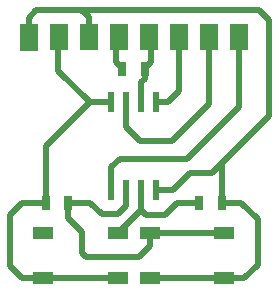
<source format=gbr>
%TF.GenerationSoftware,KiCad,Pcbnew,(2017-10-31 revision bd73a39a4)-master*%
%TF.CreationDate,2017-11-04T10:08:43+01:00*%
%TF.ProjectId,reference-project,7265666572656E63652D70726F6A6563,rev?*%
%TF.SameCoordinates,PX2fb1790PY723b2a0*%
%TF.FileFunction,Copper,L1,Top,Signal*%
%TF.FilePolarity,Positive*%
%FSLAX46Y46*%
G04 Gerber Fmt 4.6, Leading zero omitted, Abs format (unit mm)*
G04 Created by KiCad (PCBNEW (2017-10-31 revision bd73a39a4)-master) date Sat Nov  4 10:08:43 2017*
%MOMM*%
%LPD*%
G01*
G04 APERTURE LIST*
%TA.AperFunction,SMDPad,CuDef*%
%ADD10R,0.550000X1.750000*%
%TD*%
%TA.AperFunction,SMDPad,CuDef*%
%ADD11R,0.700000X1.300000*%
%TD*%
%TA.AperFunction,SMDPad,CuDef*%
%ADD12R,1.700000X1.000000*%
%TD*%
%TA.AperFunction,ComponentPad*%
%ADD13R,1.524000X2.286000*%
%TD*%
%TA.AperFunction,ComponentPad*%
%ADD14C,1.524000*%
%TD*%
%TA.AperFunction,Conductor*%
%ADD15C,0.100000*%
%TD*%
%TA.AperFunction,Conductor*%
%ADD16C,0.508000*%
%TD*%
%TA.AperFunction,Conductor*%
%ADD17C,0.762000*%
%TD*%
G04 APERTURE END LIST*
D10*
%TO.P,U1,8*%
%TO.N,VCC*%
X10585000Y16280000D03*
%TO.P,U1,7*%
%TO.N,PIN_7*%
X11855000Y16280000D03*
%TO.P,U1,6*%
%TO.N,PIN_6*%
X13125000Y16280000D03*
%TO.P,U1,5*%
%TO.N,PIN_5*%
X14395000Y16280000D03*
%TO.P,U1,4*%
%TO.N,GND*%
X14395000Y8880000D03*
%TO.P,U1,3*%
%TO.N,Net-(R2-Pad1)*%
X13125000Y8880000D03*
%TO.P,U1,2*%
%TO.N,Net-(R1-Pad2)*%
X11855000Y8880000D03*
%TO.P,U1,1*%
%TO.N,PIN_1*%
X10585000Y8880000D03*
%TD*%
D11*
%TO.P,R2,2*%
%TO.N,GND*%
X19940000Y7780000D03*
%TO.P,R2,1*%
%TO.N,Net-(R2-Pad1)*%
X18040000Y7780000D03*
%TD*%
%TO.P,R1,2*%
%TO.N,Net-(R1-Pad2)*%
X6940000Y7780000D03*
%TO.P,R1,1*%
%TO.N,VCC*%
X5040000Y7780000D03*
%TD*%
%TO.P,R3,2*%
%TO.N,PIN_6*%
X13410000Y19120000D03*
%TO.P,R3,1*%
%TO.N,SPKR+*%
X11510000Y19120000D03*
%TD*%
D12*
%TO.P,SW1,1*%
%TO.N,GND*%
X20140000Y1380000D03*
X13840000Y1380000D03*
%TO.P,SW1,2*%
%TO.N,Net-(R1-Pad2)*%
X20140000Y5180000D03*
X13840000Y5180000D03*
%TD*%
%TO.P,SW2,1*%
%TO.N,Net-(R2-Pad1)*%
X4840000Y5180000D03*
X11140000Y5180000D03*
%TO.P,SW2,2*%
%TO.N,VCC*%
X4840000Y1380000D03*
X11140000Y1380000D03*
%TD*%
D13*
%TO.P,J1,1*%
%TO.N,PIN_1*%
X21380000Y21780000D03*
%TO.P,J1,2*%
%TO.N,PIN_7*%
X18840000Y21780000D03*
%TO.P,J1,3*%
%TO.N,PIN_5*%
X16300000Y21780000D03*
%TO.P,J1,4*%
%TO.N,PIN_6*%
X13760000Y21780000D03*
%TO.P,J1,5*%
%TO.N,SPKR+*%
X11220000Y21780000D03*
%TO.P,J1,6*%
%TO.N,GND*%
X8680000Y21780000D03*
%TO.P,J1,7*%
%TO.N,VCC*%
X6140000Y21780000D03*
D14*
%TO.P,J1,8*%
%TO.N,GND*%
X3600000Y21780000D03*
D15*
%TD*%
%TO.N,GND*%
%TO.C,J1*%
G36*
X4362000Y22923000D02*
X4362000Y20637000D01*
X2838000Y20637000D01*
X2838000Y22923000D01*
X4362000Y22923000D01*
X4362000Y22923000D01*
G37*
D16*
%TO.N,GND*%
X19120000Y10270000D02*
X20720000Y11870000D01*
X20720000Y11870000D02*
X23960000Y15110000D01*
X19940000Y7780000D02*
X19940000Y11090000D01*
X19940000Y11090000D02*
X20720000Y11870000D01*
X22990000Y6410000D02*
X21620000Y7780000D01*
X21620000Y7780000D02*
X19940000Y7780000D01*
X14395000Y8880000D02*
X15860000Y8880000D01*
X15860000Y8880000D02*
X17250000Y10270000D01*
X17250000Y10270000D02*
X19120000Y10270000D01*
X23960000Y15110000D02*
X23960000Y23200000D01*
X23060000Y24100000D02*
X8060000Y24100000D01*
X23960000Y23200000D02*
X23060000Y24100000D01*
X22990000Y2520000D02*
X22990000Y6410000D01*
X13840000Y1380000D02*
X20140000Y1380000D01*
X20140000Y1380000D02*
X21850000Y1380000D01*
X21850000Y1380000D02*
X22980000Y2510000D01*
X3600000Y21780000D02*
X3600000Y23440000D01*
X8060000Y24100000D02*
X8680000Y23480000D01*
X3600000Y23440000D02*
X4260000Y24100000D01*
X4260000Y24100000D02*
X8060000Y24100000D01*
X8680000Y23480000D02*
X8680000Y21780000D01*
%TO.N,Net-(R2-Pad1)*%
X13125000Y7165000D02*
X13540000Y6750000D01*
X13540000Y6750000D02*
X15152000Y6750000D01*
X15152000Y6750000D02*
X16182000Y7780000D01*
X16182000Y7780000D02*
X18040000Y7780000D01*
X13125000Y8880000D02*
X13125000Y7165000D01*
X13125000Y7165000D02*
X11140000Y5180000D01*
%TO.N,Net-(R1-Pad2)*%
X6948010Y7780000D02*
X8798000Y7780000D01*
X11855000Y7497000D02*
X11855000Y8880000D01*
X8798000Y7780000D02*
X9778000Y6800000D01*
X9778000Y6800000D02*
X11158000Y6800000D01*
X11158000Y6800000D02*
X11855000Y7497000D01*
X6940000Y7780000D02*
X6940000Y6480000D01*
X6940000Y6480000D02*
X8140000Y5280000D01*
X8140000Y5280000D02*
X8140000Y3520000D01*
X8140000Y3520000D02*
X8460000Y3200000D01*
X8460000Y3200000D02*
X12960000Y3200000D01*
X12960000Y3200000D02*
X13840000Y4080000D01*
X13840000Y4080000D02*
X13840000Y5180000D01*
X13840000Y5180000D02*
X20140000Y5180000D01*
%TO.N,PIN_1*%
X21380000Y21780000D02*
X21380000Y15840000D01*
X11300000Y11500000D02*
X10585000Y10785000D01*
X21380000Y15840000D02*
X17040000Y11500000D01*
X10585000Y10785000D02*
X10585000Y8880000D01*
X17040000Y11500000D02*
X11300000Y11500000D01*
%TO.N,PIN_5*%
X14395000Y16280000D02*
X15370000Y16280000D01*
X15370000Y16280000D02*
X16300000Y17210000D01*
X16300000Y17210000D02*
X16300000Y20537000D01*
X16300000Y20537000D02*
X16300000Y21780000D01*
%TO.N,PIN_6*%
X13125000Y16280000D02*
X13125000Y17975000D01*
X13125000Y17975000D02*
X13410000Y18260000D01*
X13410000Y18260000D02*
X13410000Y19120000D01*
X13410000Y19120000D02*
X13940000Y19650000D01*
X13940000Y19650000D02*
X13940000Y21600000D01*
X13940000Y21600000D02*
X13760000Y21780000D01*
X13740000Y21760000D02*
X13760000Y21780000D01*
D17*
X13850000Y21690000D02*
X13760000Y21780000D01*
D16*
%TO.N,PIN_7*%
X11855000Y16280000D02*
X11855000Y14197000D01*
X11855000Y14197000D02*
X13022000Y13030000D01*
X13022000Y13030000D02*
X15740000Y13030000D01*
X15740000Y13030000D02*
X18840000Y16130000D01*
X18840000Y16130000D02*
X18840000Y20129000D01*
X18840000Y20129000D02*
X18840000Y21780000D01*
%TO.N,SPKR+*%
X11510000Y19120000D02*
X10990000Y19640000D01*
X10990000Y19640000D02*
X10990000Y21550000D01*
X10990000Y21550000D02*
X11220000Y21780000D01*
D17*
X11150000Y21710000D02*
X11220000Y21780000D01*
D16*
%TO.N,VCC*%
X6280000Y21259000D02*
X6100000Y21079000D01*
X6100000Y21079000D02*
X6100000Y18940000D01*
X6100000Y18940000D02*
X8760000Y16280000D01*
X8760000Y16280000D02*
X10585000Y16280000D01*
X10585000Y16280000D02*
X8790000Y16280000D01*
X8790000Y16280000D02*
X5040000Y12530000D01*
X5040000Y12530000D02*
X5040000Y8938000D01*
X5040000Y8938000D02*
X5040000Y7780000D01*
X5040000Y7780000D02*
X3050000Y7780000D01*
X3050000Y7780000D02*
X1990000Y6720000D01*
X1990000Y6720000D02*
X1990000Y2420000D01*
X1990000Y2420000D02*
X3030000Y1380000D01*
X3030000Y1380000D02*
X4840000Y1380000D01*
X4840000Y1380000D02*
X11140000Y1380000D01*
%TD*%
M02*

</source>
